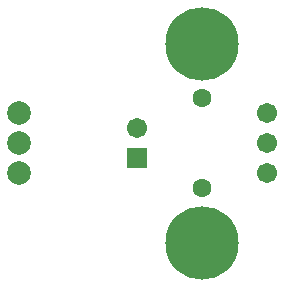
<source format=gbr>
%TF.GenerationSoftware,Altium Limited,Altium Designer,21.8.1 (53)*%
G04 Layer_Color=16711935*
%FSLAX43Y43*%
%MOMM*%
%TF.SameCoordinates,A7E584E7-F716-4AE1-8DC8-91342B5AF22B*%
%TF.FilePolarity,Negative*%
%TF.FileFunction,Soldermask,Bot*%
%TF.Part,Single*%
G01*
G75*
%TA.AperFunction,ComponentPad*%
%ADD20C,2.003*%
%ADD21C,1.703*%
%ADD22R,1.703X1.703*%
%TA.AperFunction,ViaPad*%
%ADD23C,6.203*%
%TA.AperFunction,ComponentPad*%
%ADD24C,1.603*%
D20*
X3000Y15460D02*
D03*
Y12920D02*
D03*
Y10380D02*
D03*
D21*
X13000Y14165D02*
D03*
X24000Y12920D02*
D03*
Y10380D02*
D03*
Y15460D02*
D03*
D22*
X13000Y11625D02*
D03*
D23*
X18500Y21340D02*
D03*
Y4500D02*
D03*
D24*
Y16730D02*
D03*
Y9110D02*
D03*
%TF.MD5,5c1a76a00117e49bcec8d41c179805ad*%
M02*

</source>
